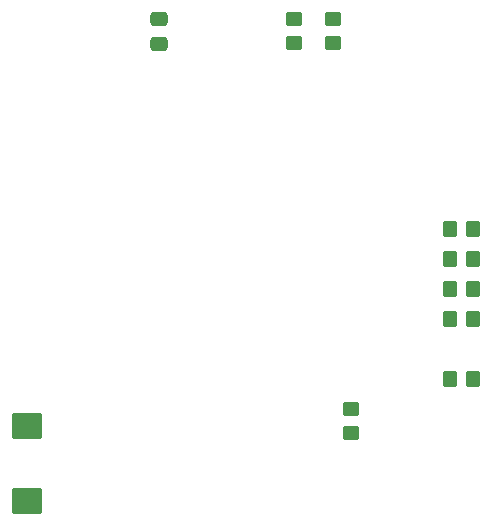
<source format=gtp>
%TF.GenerationSoftware,KiCad,Pcbnew,6.0.4+dfsg-1+b1*%
%TF.CreationDate,2022-05-29T14:40:34+05:00*%
%TF.ProjectId,evlamp,65766c61-6d70-42e6-9b69-6361645f7063,rev?*%
%TF.SameCoordinates,Original*%
%TF.FileFunction,Paste,Top*%
%TF.FilePolarity,Positive*%
%FSLAX46Y46*%
G04 Gerber Fmt 4.6, Leading zero omitted, Abs format (unit mm)*
G04 Created by KiCad (PCBNEW 6.0.4+dfsg-1+b1) date 2022-05-29 14:40:34*
%MOMM*%
%LPD*%
G01*
G04 APERTURE LIST*
G04 Aperture macros list*
%AMRoundRect*
0 Rectangle with rounded corners*
0 $1 Rounding radius*
0 $2 $3 $4 $5 $6 $7 $8 $9 X,Y pos of 4 corners*
0 Add a 4 corners polygon primitive as box body*
4,1,4,$2,$3,$4,$5,$6,$7,$8,$9,$2,$3,0*
0 Add four circle primitives for the rounded corners*
1,1,$1+$1,$2,$3*
1,1,$1+$1,$4,$5*
1,1,$1+$1,$6,$7*
1,1,$1+$1,$8,$9*
0 Add four rect primitives between the rounded corners*
20,1,$1+$1,$2,$3,$4,$5,0*
20,1,$1+$1,$4,$5,$6,$7,0*
20,1,$1+$1,$6,$7,$8,$9,0*
20,1,$1+$1,$8,$9,$2,$3,0*%
G04 Aperture macros list end*
%ADD10RoundRect,0.250000X1.025000X-0.875000X1.025000X0.875000X-1.025000X0.875000X-1.025000X-0.875000X0*%
%ADD11RoundRect,0.250000X0.475000X-0.337500X0.475000X0.337500X-0.475000X0.337500X-0.475000X-0.337500X0*%
%ADD12RoundRect,0.250000X-0.350000X-0.450000X0.350000X-0.450000X0.350000X0.450000X-0.350000X0.450000X0*%
%ADD13RoundRect,0.250000X-0.450000X0.350000X-0.450000X-0.350000X0.450000X-0.350000X0.450000X0.350000X0*%
G04 APERTURE END LIST*
D10*
%TO.C,C2*%
X76454000Y-118033000D03*
X76454000Y-111633000D03*
%TD*%
D11*
%TO.C,C1*%
X87630000Y-79316000D03*
X87630000Y-77241000D03*
%TD*%
D12*
%TO.C,R5*%
X112268000Y-107721000D03*
X114268000Y-107721000D03*
%TD*%
D13*
%TO.C,R6*%
X103886000Y-110261000D03*
X103886000Y-112261000D03*
%TD*%
%TO.C,R7*%
X102362000Y-77241000D03*
X102362000Y-79241000D03*
%TD*%
D12*
%TO.C,R4*%
X112268000Y-102641000D03*
X114268000Y-102641000D03*
%TD*%
%TO.C,R3*%
X112268000Y-100101000D03*
X114268000Y-100101000D03*
%TD*%
%TO.C,R1*%
X112268000Y-95021000D03*
X114268000Y-95021000D03*
%TD*%
%TO.C,R2*%
X112268000Y-97561000D03*
X114268000Y-97561000D03*
%TD*%
D13*
%TO.C,R8*%
X99060000Y-77241000D03*
X99060000Y-79241000D03*
%TD*%
M02*

</source>
